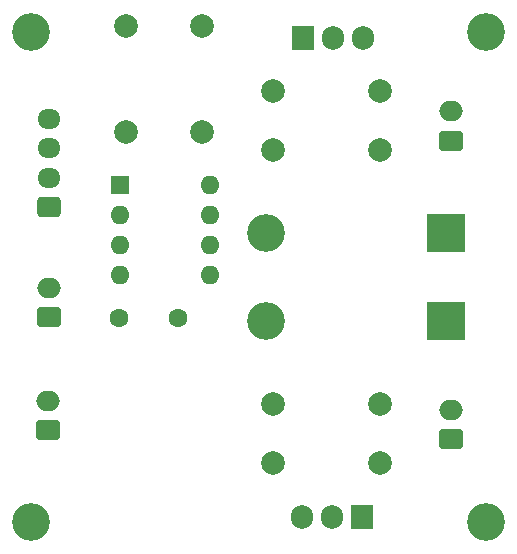
<source format=gbs>
G04 #@! TF.GenerationSoftware,KiCad,Pcbnew,(6.0.7)*
G04 #@! TF.CreationDate,2023-03-09T18:45:31+00:00*
G04 #@! TF.ProjectId,solenoid_driver,736f6c65-6e6f-4696-945f-647269766572,rev?*
G04 #@! TF.SameCoordinates,Original*
G04 #@! TF.FileFunction,Soldermask,Bot*
G04 #@! TF.FilePolarity,Negative*
%FSLAX46Y46*%
G04 Gerber Fmt 4.6, Leading zero omitted, Abs format (unit mm)*
G04 Created by KiCad (PCBNEW (6.0.7)) date 2023-03-09 18:45:31*
%MOMM*%
%LPD*%
G01*
G04 APERTURE LIST*
G04 Aperture macros list*
%AMRoundRect*
0 Rectangle with rounded corners*
0 $1 Rounding radius*
0 $2 $3 $4 $5 $6 $7 $8 $9 X,Y pos of 4 corners*
0 Add a 4 corners polygon primitive as box body*
4,1,4,$2,$3,$4,$5,$6,$7,$8,$9,$2,$3,0*
0 Add four circle primitives for the rounded corners*
1,1,$1+$1,$2,$3*
1,1,$1+$1,$4,$5*
1,1,$1+$1,$6,$7*
1,1,$1+$1,$8,$9*
0 Add four rect primitives between the rounded corners*
20,1,$1+$1,$2,$3,$4,$5,0*
20,1,$1+$1,$4,$5,$6,$7,0*
20,1,$1+$1,$6,$7,$8,$9,0*
20,1,$1+$1,$8,$9,$2,$3,0*%
G04 Aperture macros list end*
%ADD10R,1.600000X1.600000*%
%ADD11O,1.600000X1.600000*%
%ADD12C,2.000000*%
%ADD13C,1.600000*%
%ADD14C,3.200000*%
%ADD15RoundRect,0.250000X0.725000X-0.600000X0.725000X0.600000X-0.725000X0.600000X-0.725000X-0.600000X0*%
%ADD16O,1.950000X1.700000*%
%ADD17O,3.200000X3.200000*%
%ADD18R,3.200000X3.200000*%
%ADD19O,2.000000X1.700000*%
%ADD20RoundRect,0.250000X0.750000X-0.600000X0.750000X0.600000X-0.750000X0.600000X-0.750000X-0.600000X0*%
%ADD21R,1.905000X2.000000*%
%ADD22O,1.905000X2.000000*%
G04 APERTURE END LIST*
D10*
X123000000Y-96950000D03*
D11*
X123000000Y-99490000D03*
X123000000Y-102030000D03*
X123000000Y-104570000D03*
X130620000Y-104570000D03*
X130620000Y-102030000D03*
X130620000Y-99490000D03*
X130620000Y-96950000D03*
D12*
X123500000Y-83500000D03*
X123500000Y-92500000D03*
X130000000Y-83500000D03*
X130000000Y-92500000D03*
D13*
X127950000Y-108250000D03*
X122950000Y-108250000D03*
D14*
X115500000Y-84000000D03*
X115500000Y-125500000D03*
X154000000Y-84000000D03*
X154000000Y-125500000D03*
D15*
X116975000Y-98873000D03*
D16*
X116975000Y-96373000D03*
X116975000Y-93873000D03*
X116975000Y-91373000D03*
D12*
X145000000Y-120500000D03*
X136000000Y-120500000D03*
D17*
X135380000Y-101000000D03*
D18*
X150620000Y-101000000D03*
X150620000Y-108500000D03*
D17*
X135380000Y-108500000D03*
D19*
X151000000Y-116000000D03*
D20*
X151000000Y-118500000D03*
D21*
X138493500Y-84500000D03*
D22*
X141033500Y-84500000D03*
X143573500Y-84500000D03*
X138460000Y-125055000D03*
X141000000Y-125055000D03*
D21*
X143540000Y-125055000D03*
D12*
X145000000Y-94000000D03*
X136000000Y-94000000D03*
D19*
X116997500Y-105684000D03*
D20*
X116997500Y-108184000D03*
X151000000Y-93250000D03*
D19*
X151000000Y-90750000D03*
D12*
X136000000Y-115500000D03*
X145000000Y-115500000D03*
X145000000Y-89000000D03*
X136000000Y-89000000D03*
D20*
X116934000Y-117729000D03*
D19*
X116934000Y-115229000D03*
M02*

</source>
